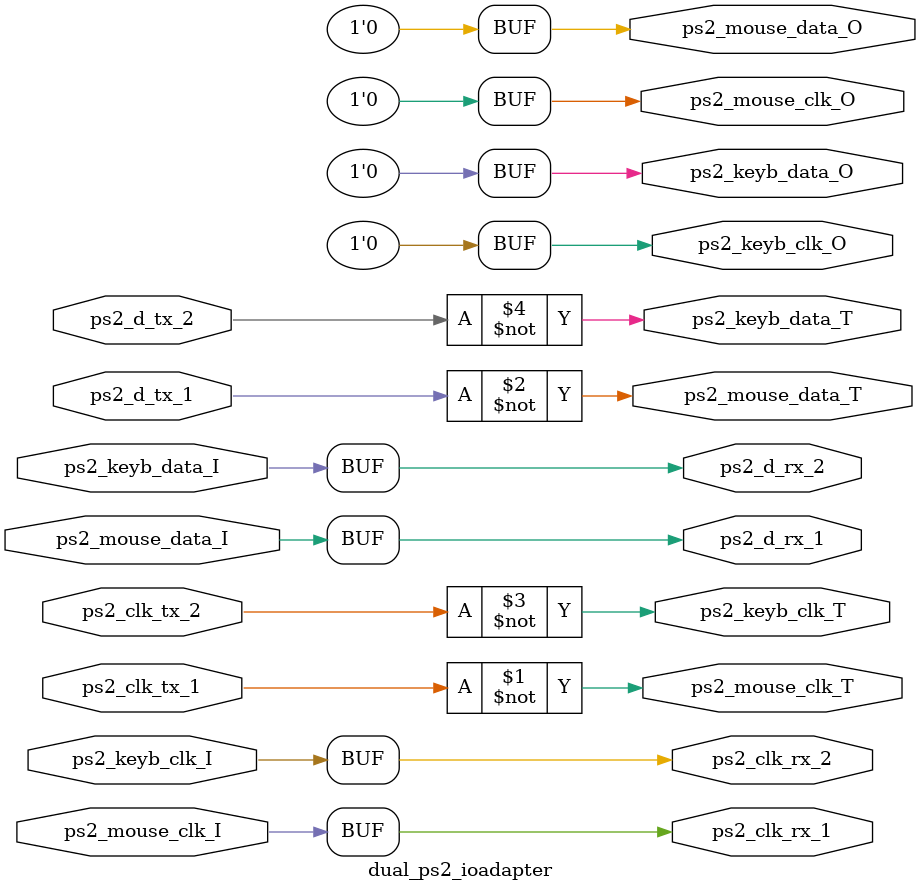
<source format=v>
module dual_ps2_ioadapter (
  ps2_clk_rx_1,     ps2_clk_rx_2,     ps2_clk_tx_1,     ps2_clk_tx_2,     ps2_d_rx_1,       ps2_d_rx_2,       ps2_d_tx_1,       ps2_d_tx_2,       ps2_mouse_clk_I,  ps2_mouse_clk_O,  ps2_mouse_clk_T,  ps2_mouse_data_I, ps2_mouse_data_O, ps2_mouse_data_T, ps2_keyb_clk_I,   ps2_keyb_clk_O,   ps2_keyb_clk_T,   ps2_keyb_data_I,  ps2_keyb_data_O,  ps2_keyb_data_T   );

  output ps2_clk_rx_1;
  output ps2_clk_rx_2;
  input  ps2_clk_tx_1;
  input  ps2_clk_tx_2;
  output ps2_d_rx_1;
  output ps2_d_rx_2;
  input  ps2_d_tx_1;
  input  ps2_d_tx_2;
  input  ps2_mouse_clk_I;
  output ps2_mouse_clk_O;
  output ps2_mouse_clk_T;
  input  ps2_mouse_data_I;
  output ps2_mouse_data_O;
  output ps2_mouse_data_T;
  input  ps2_keyb_clk_I;
  output ps2_keyb_clk_O;
  output ps2_keyb_clk_T;
  input  ps2_keyb_data_I;
  output ps2_keyb_data_O;
  output ps2_keyb_data_T;

  assign ps2_clk_rx_1 = ps2_mouse_clk_I;
  assign ps2_clk_rx_2 = ps2_keyb_clk_I;
  assign ps2_d_rx_1   = ps2_mouse_data_I;
  assign ps2_d_rx_2   = ps2_keyb_data_I;

  assign ps2_mouse_clk_O  = 1'b0;
  assign ps2_mouse_clk_T  = ~ps2_clk_tx_1;
  assign ps2_mouse_data_O = 1'b0;
  assign ps2_mouse_data_T = ~ps2_d_tx_1;
  assign ps2_keyb_clk_O   = 1'b0;
  assign ps2_keyb_clk_T   = ~ps2_clk_tx_2;
  assign ps2_keyb_data_O  = 1'b0;
  assign ps2_keyb_data_T  = ~ps2_d_tx_2;

endmodule 
</source>
